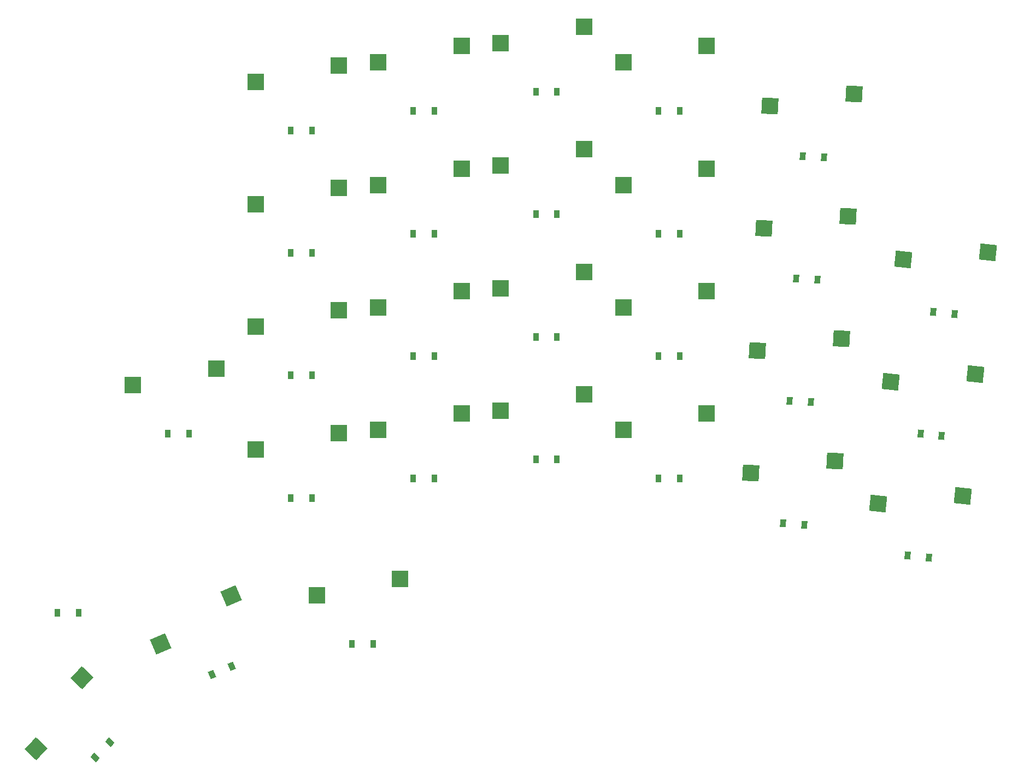
<source format=gbr>
%TF.GenerationSoftware,KiCad,Pcbnew,9.0.0*%
%TF.CreationDate,2025-04-09T21:05:37+02:00*%
%TF.ProjectId,right,72696768-742e-46b6-9963-61645f706362,1*%
%TF.SameCoordinates,Original*%
%TF.FileFunction,Paste,Bot*%
%TF.FilePolarity,Positive*%
%FSLAX46Y46*%
G04 Gerber Fmt 4.6, Leading zero omitted, Abs format (unit mm)*
G04 Created by KiCad (PCBNEW 9.0.0) date 2025-04-09 21:05:37*
%MOMM*%
%LPD*%
G01*
G04 APERTURE LIST*
G04 Aperture macros list*
%AMRotRect*
0 Rectangle, with rotation*
0 The origin of the aperture is its center*
0 $1 length*
0 $2 width*
0 $3 Rotation angle, in degrees counterclockwise*
0 Add horizontal line*
21,1,$1,$2,0,0,$3*%
G04 Aperture macros list end*
%ADD10R,2.550000X2.500000*%
%ADD11RotRect,0.900000X1.200000X357.000000*%
%ADD12R,0.900000X1.200000*%
%ADD13RotRect,2.550000X2.500000X46.000000*%
%ADD14RotRect,2.550000X2.500000X354.000000*%
%ADD15RotRect,0.900000X1.200000X46.000000*%
%ADD16RotRect,0.900000X1.200000X23.000000*%
%ADD17RotRect,2.550000X2.500000X357.000000*%
%ADD18RotRect,0.900000X1.200000X354.000000*%
%ADD19RotRect,2.550000X2.500000X23.000000*%
G04 APERTURE END LIST*
D10*
%TO.C,S25*%
X183495077Y-172101275D03*
X196422077Y-169561275D03*
%TD*%
%TO.C,S23*%
X173995078Y-92451275D03*
X186922078Y-89911275D03*
%TD*%
%TO.C,S13*%
X211995076Y-124451274D03*
X224922076Y-121911274D03*
%TD*%
%TO.C,S9*%
X230995072Y-127451272D03*
X243922072Y-124911272D03*
%TD*%
D11*
%TO.C,D5*%
X256773687Y-141959984D03*
X260069165Y-142132692D03*
%TD*%
D12*
%TO.C,D20*%
X179430075Y-156991269D03*
X182730075Y-156991269D03*
%TD*%
D10*
%TO.C,S20*%
X173995086Y-149451272D03*
X186922086Y-146911272D03*
%TD*%
%TO.C,S24*%
X154995077Y-139451276D03*
X167922077Y-136911276D03*
%TD*%
D11*
%TO.C,D6*%
X257768069Y-122986026D03*
X261063547Y-123158734D03*
%TD*%
D13*
%TO.C,S27*%
X139977595Y-195895504D03*
X147130321Y-184832166D03*
%TD*%
D12*
%TO.C,D15*%
X217430083Y-93991274D03*
X220730083Y-93991274D03*
%TD*%
D14*
%TO.C,S3*%
X274407247Y-120037565D03*
X287528934Y-118862719D03*
%TD*%
D12*
%TO.C,D12*%
X217430078Y-150991271D03*
X220730078Y-150991271D03*
%TD*%
%TO.C,D10*%
X236430076Y-115991272D03*
X239730076Y-115991272D03*
%TD*%
%TO.C,D28*%
X143330077Y-174791276D03*
X146630077Y-174791276D03*
%TD*%
D15*
%TO.C,D27*%
X149176892Y-197223612D03*
X151469264Y-194849790D03*
%TD*%
D12*
%TO.C,D13*%
X217430079Y-131991276D03*
X220730079Y-131991276D03*
%TD*%
D16*
%TO.C,D26*%
X167264898Y-184388503D03*
X170302564Y-183099091D03*
%TD*%
D10*
%TO.C,S8*%
X230995079Y-146451278D03*
X243922079Y-143911278D03*
%TD*%
%TO.C,S12*%
X211995083Y-143451273D03*
X224922083Y-140911273D03*
%TD*%
D12*
%TO.C,D21*%
X179430074Y-137991274D03*
X182730074Y-137991274D03*
%TD*%
D14*
%TO.C,S2*%
X272421204Y-138933476D03*
X285542891Y-137758630D03*
%TD*%
%TO.C,S1*%
X270435164Y-157829393D03*
X283556851Y-156654547D03*
%TD*%
D11*
%TO.C,D7*%
X258762447Y-104012066D03*
X262057925Y-104184774D03*
%TD*%
D17*
%TO.C,S4*%
X250746360Y-153119832D03*
X263788577Y-151259860D03*
%TD*%
D10*
%TO.C,S17*%
X192995082Y-127451279D03*
X205922082Y-124911279D03*
%TD*%
D18*
%TO.C,D2*%
X277038283Y-147000282D03*
X280320205Y-147345226D03*
%TD*%
D10*
%TO.C,S22*%
X173995074Y-111451275D03*
X186922074Y-108911275D03*
%TD*%
D11*
%TO.C,D4*%
X255779303Y-160933943D03*
X259074781Y-161106651D03*
%TD*%
D12*
%TO.C,D22*%
X179430086Y-118991275D03*
X182730086Y-118991275D03*
%TD*%
D19*
%TO.C,S26*%
X159315847Y-179571524D03*
X170222756Y-172182460D03*
%TD*%
D12*
%TO.C,D8*%
X236430082Y-153991277D03*
X239730082Y-153991277D03*
%TD*%
%TO.C,D24*%
X160430081Y-146991271D03*
X163730081Y-146991271D03*
%TD*%
D10*
%TO.C,S19*%
X192995076Y-89451273D03*
X205922076Y-86911273D03*
%TD*%
%TO.C,S21*%
X173995077Y-130451277D03*
X186922077Y-127911277D03*
%TD*%
D18*
%TO.C,D3*%
X279024323Y-128104369D03*
X282306245Y-128449313D03*
%TD*%
D12*
%TO.C,D16*%
X198430076Y-153991276D03*
X201730076Y-153991276D03*
%TD*%
D10*
%TO.C,S10*%
X230995081Y-108451274D03*
X243922081Y-105911274D03*
%TD*%
D12*
%TO.C,D14*%
X217430080Y-112991271D03*
X220730080Y-112991271D03*
%TD*%
%TO.C,D17*%
X198430078Y-134991274D03*
X201730078Y-134991274D03*
%TD*%
%TO.C,D9*%
X236430075Y-134991272D03*
X239730075Y-134991272D03*
%TD*%
D10*
%TO.C,S14*%
X211995076Y-105451270D03*
X224922076Y-102911270D03*
%TD*%
D18*
%TO.C,D1*%
X275052240Y-165896197D03*
X278334162Y-166241141D03*
%TD*%
D12*
%TO.C,D11*%
X236430071Y-96991277D03*
X239730071Y-96991277D03*
%TD*%
D10*
%TO.C,S15*%
X211995073Y-86451271D03*
X224922073Y-83911271D03*
%TD*%
D12*
%TO.C,D18*%
X198430076Y-115991277D03*
X201730076Y-115991277D03*
%TD*%
D10*
%TO.C,S18*%
X192995080Y-108451274D03*
X205922080Y-105911274D03*
%TD*%
D12*
%TO.C,D23*%
X179430072Y-99991274D03*
X182730072Y-99991274D03*
%TD*%
D17*
%TO.C,S5*%
X251740747Y-134145875D03*
X264782964Y-132285903D03*
%TD*%
D12*
%TO.C,D25*%
X188930081Y-179641281D03*
X192230081Y-179641281D03*
%TD*%
D17*
%TO.C,S7*%
X253729509Y-96197954D03*
X266771726Y-94337982D03*
%TD*%
D10*
%TO.C,S11*%
X230995074Y-89451271D03*
X243922074Y-86911271D03*
%TD*%
D17*
%TO.C,S6*%
X252735128Y-115171912D03*
X265777345Y-113311940D03*
%TD*%
D10*
%TO.C,S16*%
X192995074Y-146451269D03*
X205922074Y-143911269D03*
%TD*%
D12*
%TO.C,D19*%
X198430076Y-96991278D03*
X201730076Y-96991278D03*
%TD*%
M02*

</source>
